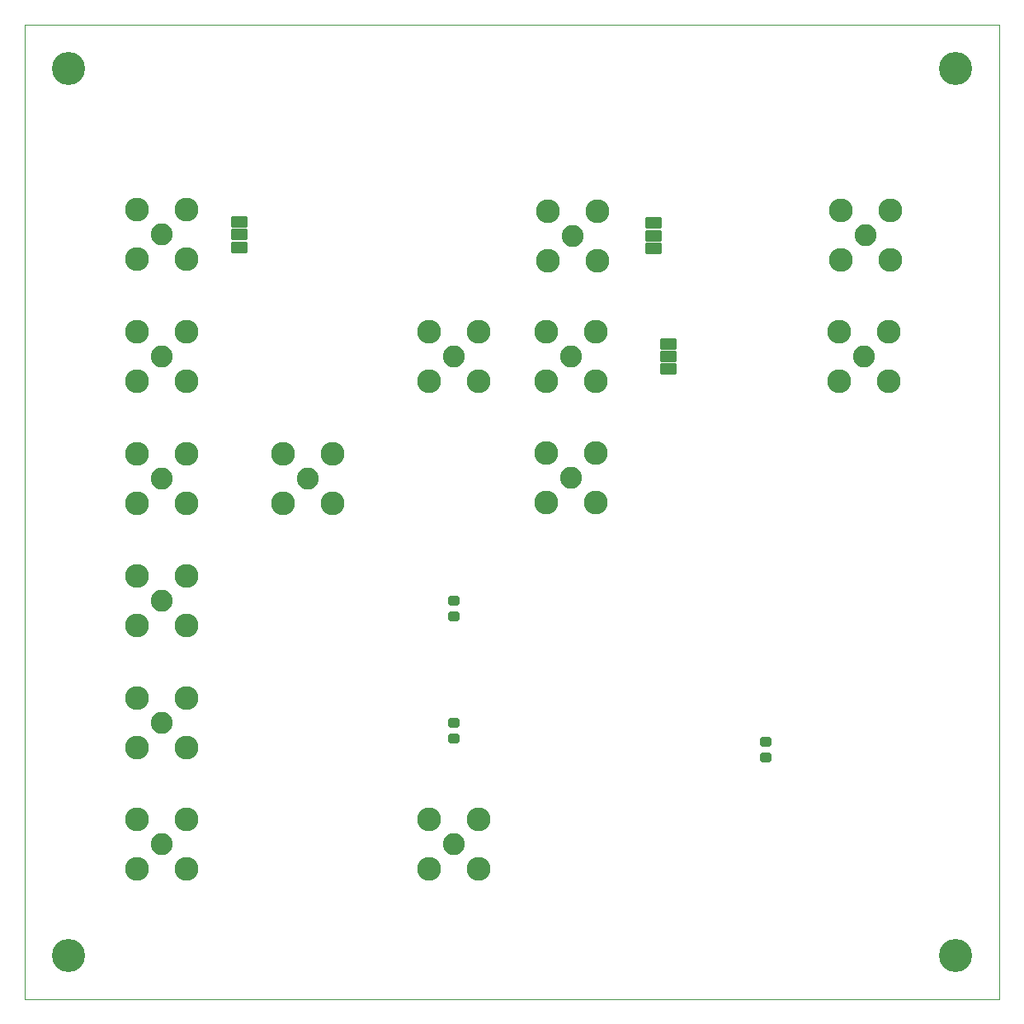
<source format=gbr>
%TF.GenerationSoftware,KiCad,Pcbnew,9.0.3*%
%TF.CreationDate,2026-02-01T20:01:01-08:00*%
%TF.ProjectId,White paper,57686974-6520-4706-9170-65722e6b6963,rev?*%
%TF.SameCoordinates,Original*%
%TF.FileFunction,Soldermask,Top*%
%TF.FilePolarity,Negative*%
%FSLAX46Y46*%
G04 Gerber Fmt 4.6, Leading zero omitted, Abs format (unit mm)*
G04 Created by KiCad (PCBNEW 9.0.3) date 2026-02-01 20:01:01*
%MOMM*%
%LPD*%
G01*
G04 APERTURE LIST*
G04 Aperture macros list*
%AMRoundRect*
0 Rectangle with rounded corners*
0 $1 Rounding radius*
0 $2 $3 $4 $5 $6 $7 $8 $9 X,Y pos of 4 corners*
0 Add a 4 corners polygon primitive as box body*
4,1,4,$2,$3,$4,$5,$6,$7,$8,$9,$2,$3,0*
0 Add four circle primitives for the rounded corners*
1,1,$1+$1,$2,$3*
1,1,$1+$1,$4,$5*
1,1,$1+$1,$6,$7*
1,1,$1+$1,$8,$9*
0 Add four rect primitives between the rounded corners*
20,1,$1+$1,$2,$3,$4,$5,0*
20,1,$1+$1,$4,$5,$6,$7,0*
20,1,$1+$1,$6,$7,$8,$9,0*
20,1,$1+$1,$8,$9,$2,$3,0*%
G04 Aperture macros list end*
%ADD10RoundRect,0.250000X-0.325000X0.250000X-0.325000X-0.250000X0.325000X-0.250000X0.325000X0.250000X0*%
%ADD11C,2.250000*%
%ADD12C,2.450000*%
%ADD13C,3.400000*%
%ADD14RoundRect,0.100000X-0.750000X0.500000X-0.750000X-0.500000X0.750000X-0.500000X0.750000X0.500000X0*%
%ADD15RoundRect,0.100000X0.750000X-0.500000X0.750000X0.500000X-0.750000X0.500000X-0.750000X-0.500000X0*%
%TA.AperFunction,Profile*%
%ADD16C,0.050000*%
%TD*%
G04 APERTURE END LIST*
D10*
%TO.C,R3*%
X94060000Y-121590000D03*
X94060000Y-123240000D03*
%TD*%
D11*
%TO.C,J10*%
X94060000Y-134090000D03*
D12*
X91520000Y-131550000D03*
X91520000Y-136630000D03*
X96600000Y-131550000D03*
X96600000Y-136630000D03*
%TD*%
D11*
%TO.C,J9*%
X64060000Y-134090000D03*
D12*
X61520000Y-131550000D03*
X61520000Y-136630000D03*
X66600000Y-131550000D03*
X66600000Y-136630000D03*
%TD*%
D11*
%TO.C,J2*%
X64060000Y-121590000D03*
D12*
X61520000Y-119050000D03*
X61520000Y-124130000D03*
X66600000Y-119050000D03*
X66600000Y-124130000D03*
%TD*%
D11*
%TO.C,J1*%
X64060000Y-71530000D03*
D12*
X61520000Y-68990000D03*
X61520000Y-74070000D03*
X66600000Y-68990000D03*
X66600000Y-74070000D03*
%TD*%
D10*
%TO.C,R2*%
X126080000Y-123545000D03*
X126080000Y-125195000D03*
%TD*%
D13*
%TO.C,H1*%
X54500000Y-54500000D03*
%TD*%
D10*
%TO.C,R1*%
X94060000Y-109090000D03*
X94060000Y-110740000D03*
%TD*%
D13*
%TO.C,H3*%
X54500000Y-145500000D03*
%TD*%
%TO.C,H4*%
X145500000Y-145500000D03*
%TD*%
D11*
%TO.C,J4*%
X136260000Y-71620000D03*
D12*
X133720000Y-69080000D03*
X133720000Y-74160000D03*
X138800000Y-69080000D03*
X138800000Y-74160000D03*
%TD*%
D14*
%TO.C,JP2*%
X114545000Y-70350000D03*
X114545000Y-71650000D03*
X114545000Y-72950000D03*
%TD*%
D11*
%TO.C,J6*%
X136120000Y-84060000D03*
D12*
X133580000Y-81520000D03*
X133580000Y-86600000D03*
X138660000Y-81520000D03*
X138660000Y-86600000D03*
%TD*%
D11*
%TO.C,J3*%
X106260000Y-71650000D03*
D12*
X103720000Y-69110000D03*
X103720000Y-74190000D03*
X108800000Y-69110000D03*
X108800000Y-74190000D03*
%TD*%
D11*
%TO.C,J12*%
X94060000Y-84030000D03*
D12*
X91520000Y-81490000D03*
X91520000Y-86570000D03*
X96600000Y-81490000D03*
X96600000Y-86570000D03*
%TD*%
D11*
%TO.C,J5*%
X106090000Y-84030000D03*
D12*
X103550000Y-81490000D03*
X103550000Y-86570000D03*
X108630000Y-81490000D03*
X108630000Y-86570000D03*
%TD*%
D11*
%TO.C,J11*%
X64030000Y-84030000D03*
D12*
X61490000Y-81490000D03*
X61490000Y-86570000D03*
X66570000Y-81490000D03*
X66570000Y-86570000D03*
%TD*%
D11*
%TO.C,J8*%
X64060000Y-109090000D03*
D12*
X61520000Y-106550000D03*
X61520000Y-111630000D03*
X66600000Y-106550000D03*
X66600000Y-111630000D03*
%TD*%
D13*
%TO.C,H2*%
X145500000Y-54500000D03*
%TD*%
D11*
%TO.C,J13*%
X64030000Y-96530000D03*
D12*
X61490000Y-93990000D03*
X61490000Y-99070000D03*
X66570000Y-93990000D03*
X66570000Y-99070000D03*
%TD*%
D11*
%TO.C,J14*%
X79030000Y-96530000D03*
D12*
X76490000Y-93990000D03*
X76490000Y-99070000D03*
X81570000Y-93990000D03*
X81570000Y-99070000D03*
%TD*%
D11*
%TO.C,J7*%
X106090000Y-96500000D03*
D12*
X108630000Y-93960000D03*
X103550000Y-93960000D03*
X108630000Y-99040000D03*
X103550000Y-99040000D03*
%TD*%
D14*
%TO.C,JP3*%
X116090000Y-82730000D03*
X116090000Y-84030000D03*
X116090000Y-85330000D03*
%TD*%
D15*
%TO.C,JP1*%
X72060000Y-72830000D03*
X72060000Y-71530000D03*
X72060000Y-70230000D03*
%TD*%
D16*
X50000000Y-50000000D02*
X150000000Y-50000000D01*
X150000000Y-150000000D01*
X50000000Y-150000000D01*
X50000000Y-50000000D01*
M02*

</source>
